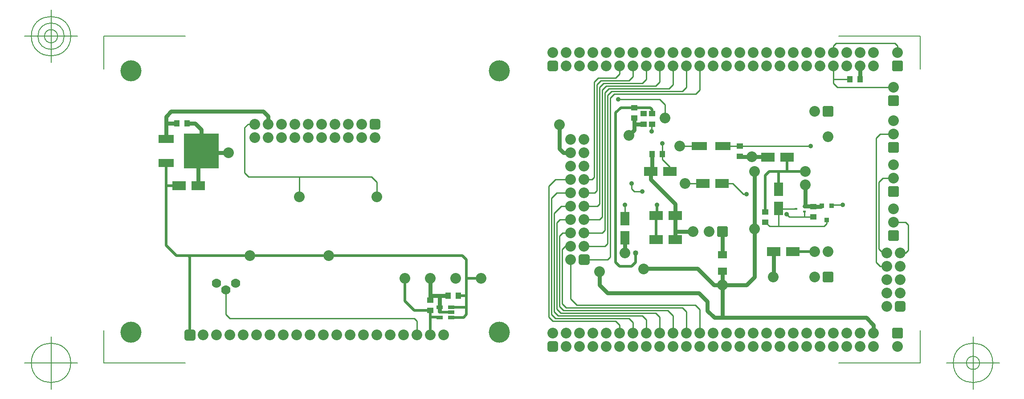
<source format=gbr>
G04 Generated by Ultiboard 13.0 *
%FSLAX24Y24*%
%MOIN*%

%ADD10C,0.0001*%
%ADD11C,0.0200*%
%ADD12C,0.0100*%
%ADD13C,0.0300*%
%ADD14C,0.0050*%
%ADD15C,0.1575*%
%ADD16R,0.0512X0.0256*%
%ADD17R,0.0500X0.0400*%
%ADD18R,0.0400X0.0500*%
%ADD19C,0.0800*%
%ADD20R,0.1043X0.0650*%
%ADD21R,0.1181X0.0630*%
%ADD22R,0.2638X0.2638*%
%ADD23R,0.0450X0.0450*%
%ADD24C,0.0350*%
%ADD25C,0.0700*%
%ADD26R,0.0408X0.0408*%
%ADD27C,0.0392*%
%ADD28R,0.0600X0.0600*%
%ADD29C,0.0200*%
%ADD30R,0.0650X0.1043*%
%ADD31R,0.0472X0.0433*%
%ADD32C,0.0400*%
%ADD33R,0.0710X0.0550*%
%ADD34R,0.0354X0.0354*%
%ADD35R,0.0228X0.0140*%


G04 ColorRGB 00FF00 for the following layer *
%LNCopper Top*%
%LPD*%
G54D10*
G54D11*
X-23691Y-16897D02*
X-23691Y-11075D01*
X-5691Y-16897D02*
X-5691Y-15077D01*
X-5691Y-15581D02*
X-4991Y-15581D01*
X-4121Y-15586D02*
X-3189Y-15586D01*
X-2984Y-15381D02*
X-3189Y-15586D01*
X-2984Y-11281D02*
X-2984Y-15381D01*
X-5684Y-15071D02*
X-6894Y-15071D01*
X-7584Y-14381D01*
X-4121Y-15212D02*
X-5021Y-15212D01*
X-4121Y-14838D02*
X-2996Y-14838D01*
X-7584Y-14381D02*
X-7584Y-12681D01*
X-3594Y-13981D02*
X-2984Y-13981D01*
X-1884Y-12681D02*
X-2984Y-12681D01*
X-25457Y-10208D02*
X-24684Y-10981D01*
X-3284Y-10981D01*
X-23691Y-11075D02*
X-23784Y-10981D01*
X-3284Y-10981D02*
X-2984Y-11281D01*
X-25457Y-4051D02*
X-25457Y-10208D01*
X-24504Y-5731D02*
X-25407Y-5731D01*
X-25457Y-5681D01*
X8560Y113D02*
X8180Y-267D01*
X8180Y-11467D01*
X8560Y113D02*
X10778Y113D01*
X8180Y-11467D02*
X8480Y-11767D01*
X9380Y-11767D01*
X9380Y-11767D02*
X9680Y-11467D01*
X9680Y-11467D02*
X9680Y-10767D01*
X10912Y-321D02*
X10912Y-21D01*
X10778Y113D01*
X11280Y-7167D02*
X11280Y-7809D01*
X11191Y-9968D02*
X11191Y-7898D01*
X11280Y-7809D02*
X11191Y-7898D01*
X19380Y-7687D02*
X19380Y-4967D01*
X19680Y-4667D01*
X22380Y-4667D01*
X20380Y-5997D02*
X20380Y-4667D01*
X21000Y-3617D02*
X21000Y-4647D01*
X21618Y-10667D02*
X23080Y-10667D01*
G54D12*
X-6691Y-16897D02*
X-6691Y-15875D01*
X-20984Y-13537D02*
X-20984Y-15381D01*
X-20684Y-15681D01*
X-6884Y-15681D01*
X-6691Y-15875D02*
X-6884Y-15681D01*
X-15484Y-6581D02*
X-15484Y-5081D01*
X-9684Y-6581D02*
X-9684Y-5481D01*
X-9684Y-5481D02*
X-10084Y-5081D01*
X-19584Y-1381D02*
X-19584Y-4781D01*
X-19284Y-5081D01*
X-10084Y-5081D01*
X-19341Y-1138D02*
X-19584Y-1381D01*
X-18821Y-1138D02*
X-19341Y-1138D01*
X3180Y-5767D02*
X3680Y-5267D01*
X3180Y-15567D02*
X3180Y-5767D01*
X3680Y-5267D02*
X4820Y-5267D01*
X3380Y-6667D02*
X3780Y-6267D01*
X3380Y-6667D02*
X3380Y-15367D01*
X3780Y-6267D02*
X4820Y-6267D01*
X3580Y-7807D02*
X4120Y-7267D01*
X3580Y-15167D02*
X3580Y-7807D01*
X3780Y-8507D02*
X4020Y-8267D01*
X3780Y-14967D02*
X3780Y-8507D01*
X3680Y-15667D02*
X3380Y-15367D01*
X4080Y-15267D02*
X3780Y-14967D01*
X3880Y-15467D02*
X3580Y-15167D01*
X8180Y-15867D02*
X3480Y-15867D01*
X9180Y-15667D02*
X3680Y-15667D01*
X10180Y-15467D02*
X3880Y-15467D01*
X3480Y-15867D02*
X3180Y-15567D01*
X4120Y-7267D02*
X4820Y-7267D01*
X4020Y-8267D02*
X4820Y-8267D01*
X4220Y-9267D02*
X4820Y-9267D01*
X3980Y-14767D02*
X3980Y-9507D01*
X4220Y-9267D01*
X4180Y-10507D02*
X4420Y-10267D01*
X4180Y-14567D02*
X4180Y-10507D01*
X4420Y-10267D02*
X4820Y-10267D01*
X4480Y-14867D02*
X4180Y-14567D01*
X12080Y-15067D02*
X4280Y-15067D01*
X11180Y-15267D02*
X4080Y-15267D01*
X13180Y-14867D02*
X4480Y-14867D01*
X4280Y-15067D02*
X3980Y-14767D01*
X4820Y-14207D02*
X4820Y-11267D01*
X5280Y-14667D02*
X4820Y-14207D01*
X14150Y-14667D02*
X5280Y-14667D01*
X6420Y-5267D02*
X5820Y-5267D01*
X6620Y-6267D02*
X5820Y-6267D01*
X6820Y-7267D02*
X5820Y-7267D01*
X6980Y-8267D02*
X5820Y-8267D01*
X7180Y-9267D02*
X5820Y-9267D01*
X7380Y-10267D02*
X5820Y-10267D01*
X7580Y-11267D02*
X5820Y-11267D01*
X6880Y2333D02*
X6580Y2033D01*
X6580Y-5107D01*
X8180Y2333D02*
X6880Y2333D01*
X9180Y2133D02*
X7080Y2133D01*
X7280Y1933D02*
X6980Y1633D01*
X7080Y2133D02*
X6780Y1833D01*
X6780Y-6107D01*
X6980Y1633D02*
X6980Y-7107D01*
X6580Y-5107D02*
X6420Y-5267D01*
X6780Y-6107D02*
X6620Y-6267D01*
X6980Y-7107D02*
X6820Y-7267D01*
X7180Y-8067D02*
X6980Y-8267D01*
X10180Y1933D02*
X7280Y1933D01*
X7180Y1433D02*
X7180Y-8067D01*
X7680Y1533D02*
X7380Y1233D01*
X7380Y-9067D01*
X11180Y1733D02*
X7480Y1733D01*
X12180Y1533D02*
X7680Y1533D01*
X13180Y1333D02*
X7880Y1333D01*
X8080Y1133D02*
X7780Y833D01*
X7880Y1333D02*
X7580Y1033D01*
X7480Y1733D02*
X7180Y1433D01*
X7580Y1033D02*
X7580Y-10067D01*
X7780Y833D02*
X7780Y-11067D01*
X7380Y-9067D02*
X7180Y-9267D01*
X7580Y-10067D02*
X7380Y-10267D01*
X7780Y-11067D02*
X7580Y-11267D01*
X8480Y3233D02*
X8480Y2633D01*
X8180Y2333D01*
X14180Y1133D02*
X8080Y1133D01*
X11480Y733D02*
X8380Y733D01*
X8480Y-16167D02*
X8180Y-15867D01*
X8480Y-16767D02*
X8480Y-16167D01*
X9480Y2433D02*
X9180Y2133D01*
X9380Y-5967D02*
X9380Y-5567D01*
X9580Y-6167D02*
X9380Y-5967D01*
X8880Y-8197D02*
X8880Y-7167D01*
X9480Y-15967D02*
X9180Y-15667D01*
X9480Y3233D02*
X9480Y2433D01*
X10480Y2233D02*
X10180Y1933D01*
X10180Y-6167D02*
X9580Y-6167D01*
X9480Y-16767D02*
X9480Y-15967D01*
X10480Y-15767D02*
X10180Y-15467D01*
X10480Y3233D02*
X10480Y2233D01*
X10880Y-1667D02*
X10880Y-1181D01*
X10912Y-1148D01*
X10480Y-16767D02*
X10480Y-15767D01*
X11480Y3233D02*
X11480Y2033D01*
X11180Y1733D01*
X11880Y333D02*
X11480Y733D01*
X11680Y-2567D02*
X11680Y-3767D01*
X12250Y-4337D01*
X11480Y-15567D02*
X11180Y-15267D01*
X11480Y-16767D02*
X11480Y-15567D01*
X12480Y3233D02*
X12480Y1833D01*
X12180Y1533D01*
X11880Y-667D02*
X11880Y333D01*
X12250Y-4337D02*
X12250Y-4667D01*
X12480Y-15467D02*
X12080Y-15067D01*
X12480Y-16767D02*
X12480Y-15467D01*
X13480Y1633D02*
X13180Y1333D01*
X12980Y-2767D02*
X14434Y-2767D01*
X13380Y-5567D02*
X14710Y-5567D01*
X13480Y-15167D02*
X13180Y-14867D01*
X13480Y3233D02*
X13480Y1633D01*
X14480Y1433D02*
X14180Y1133D01*
X13480Y-16767D02*
X13480Y-15167D01*
X14480Y-14996D02*
X14150Y-14667D01*
X14480Y1433D02*
X14480Y3233D01*
X14480Y-16767D02*
X14480Y-14996D01*
X16205Y-2767D02*
X17470Y-2767D01*
X16950Y-5567D02*
X16150Y-5567D01*
X17750Y-6367D02*
X16950Y-5567D01*
X17480Y-2777D02*
X22770Y-2777D01*
X17980Y-6367D02*
X17750Y-6367D01*
X19704Y-8782D02*
X19380Y-8457D01*
X20380Y-7437D02*
X20380Y-8782D01*
X21665Y-7467D02*
X20410Y-7467D01*
X20380Y-7437D01*
X23765Y-8782D02*
X19704Y-8782D01*
X21170Y-8057D02*
X22980Y-8057D01*
X21170Y-8057D02*
X20980Y-7867D01*
X22294Y-7664D02*
X22294Y-8052D01*
X24354Y-7235D02*
X24422Y-7167D01*
X23980Y-8298D02*
X23980Y-8567D01*
X23765Y-8782D01*
X24480Y4733D02*
X24480Y4233D01*
X24680Y4933D02*
X29080Y4933D01*
X24480Y4733D02*
X24680Y4933D01*
X24480Y3233D02*
X24480Y1933D01*
X25690Y2233D02*
X24480Y2233D01*
X24780Y1633D02*
X24480Y1933D01*
X28980Y1633D02*
X24780Y1633D01*
X24422Y-7167D02*
X25180Y-7167D01*
X27980Y-1867D02*
X27680Y-2167D01*
X28980Y-1867D02*
X27980Y-1867D01*
X27680Y-2167D02*
X27680Y-11477D01*
X28180Y-5167D02*
X27880Y-5467D01*
X28980Y-5167D02*
X28180Y-5167D01*
X27880Y-5467D02*
X27880Y-10477D01*
X28180Y-10777D01*
X28480Y-10777D01*
X27980Y-11777D02*
X28480Y-11777D01*
X27680Y-11477D02*
X27980Y-11777D01*
X29080Y4933D02*
X29280Y4733D01*
X28980Y-8467D02*
X29880Y-8467D01*
X29280Y4733D02*
X29280Y4233D01*
X29880Y-8467D02*
X30080Y-8667D01*
X30080Y-10577D02*
X29880Y-10777D01*
X29480Y-10777D01*
X30080Y-8667D02*
X30080Y-10577D01*
G54D13*
X-4987Y-15128D02*
X-4987Y-13984D01*
X-4364Y-13981D02*
X-5684Y-13981D01*
X-5684Y-14301D02*
X-5684Y-12681D01*
X-23064Y-5731D02*
X-23064Y-3370D01*
X-22839Y-1526D02*
X-22839Y-3145D01*
X-20784Y-3281D02*
X-22704Y-3281D01*
X-22839Y-3145D01*
X-23064Y-3370D02*
X-22839Y-3145D01*
X-25457Y-554D02*
X-25457Y-2240D01*
X-23284Y-1081D02*
X-22839Y-1526D01*
X-17821Y-1138D02*
X-17821Y-544D01*
X-24664Y-1081D02*
X-25457Y-1081D01*
X-25084Y-181D02*
X-25457Y-554D01*
X-23894Y-1081D02*
X-23284Y-1081D01*
X-17821Y-544D02*
X-18184Y-181D01*
X-25084Y-181D01*
X3980Y-1167D02*
X3980Y-2967D01*
X4280Y-3267D01*
X4280Y-3267D02*
X4820Y-3267D01*
X6980Y-13167D02*
X6980Y-12267D01*
X7580Y-13767D02*
X6980Y-13167D01*
X9180Y-1967D02*
X9580Y-1567D01*
X8880Y-9637D02*
X8880Y-10667D01*
X9580Y-1567D02*
X9580Y-657D01*
X9616Y-1148D02*
X10282Y-1148D01*
X10300Y-11947D02*
X10280Y-11967D01*
X10910Y-4567D02*
X10910Y-3377D01*
X10810Y-5267D02*
X10810Y-4667D01*
X10910Y-4567D02*
X10810Y-4667D01*
X10810Y-5267D02*
X12650Y-7107D01*
X12645Y-7102D02*
X12645Y-7962D01*
X12650Y-7967D02*
X12650Y-9767D01*
X13980Y-9167D02*
X12680Y-9167D01*
X16180Y-9167D02*
X16180Y-10887D01*
X16180Y-12147D02*
X16180Y-15617D01*
X17500Y-3567D02*
X19510Y-3567D01*
X18580Y-12567D02*
X17980Y-13167D01*
X18580Y-4667D02*
X18580Y-12567D01*
X20010Y-10667D02*
X20010Y-12537D01*
X22380Y-5667D02*
X22380Y-7267D01*
X22294Y-7270D02*
X22963Y-7270D01*
X22980Y-7287D02*
X23554Y-7287D01*
X26480Y3233D02*
X26480Y2253D01*
X27480Y-16167D02*
X26930Y-15617D01*
X27480Y-16767D02*
X27480Y-16167D01*
X15567Y-15617D02*
X26930Y-15617D01*
X15567Y-15617D02*
X15040Y-15090D01*
X14402Y-13767D02*
X7580Y-13767D01*
X15040Y-15090D02*
X15040Y-14405D01*
X14402Y-13767D01*
X14314Y-11947D02*
X10300Y-11947D01*
X15534Y-13167D02*
X17980Y-13167D01*
X15534Y-13167D02*
X14314Y-11947D01*
G54D14*
X-30140Y-18998D02*
X-30140Y-16553D01*
X-30140Y-18998D02*
X-24027Y-18998D01*
X30986Y-18998D02*
X24873Y-18998D01*
X30986Y-18998D02*
X30986Y-16553D01*
X30986Y5454D02*
X30986Y3009D01*
X30986Y5454D02*
X24873Y5454D01*
X-30140Y5454D02*
X-24027Y5454D01*
X-30140Y5454D02*
X-30140Y3009D01*
X-32109Y-18998D02*
X-36046Y-18998D01*
X-34077Y-20966D02*
X-34077Y-17029D01*
X-35553Y-18998D02*
G75*
D01*
G02X-35553Y-18998I1476J0*
G01*
X32954Y-18998D02*
X36891Y-18998D01*
X34923Y-20966D02*
X34923Y-17029D01*
X33446Y-18998D02*
G75*
D01*
G02X33446Y-18998I1477J0*
G01*
X34431Y-18998D02*
G75*
D01*
G02X34431Y-18998I492J0*
G01*
X-32109Y5454D02*
X-36046Y5454D01*
X-34077Y3486D02*
X-34077Y7423D01*
X-35553Y5454D02*
G75*
D01*
G02X-35553Y5454I1476J0*
G01*
X-35061Y5454D02*
G75*
D01*
G02X-35061Y5454I984J0*
G01*
X-34569Y5454D02*
G75*
D01*
G02X-34569Y5454I492J0*
G01*
G54D15*
X-28100Y-16700D03*
X-541Y-16700D03*
X-28100Y2867D03*
X-541Y2867D03*
G54D16*
X-4987Y-15586D03*
X-4121Y-15586D03*
X-4121Y-15212D03*
X-4987Y-14838D03*
X-4121Y-14838D03*
G54D17*
X-5684Y-15071D03*
X-5684Y-14301D03*
X9580Y-657D03*
X9580Y113D03*
X17480Y-3547D03*
X17480Y-2777D03*
X19380Y-8457D03*
X19380Y-7687D03*
X22980Y-8057D03*
X22980Y-7287D03*
G54D18*
X-4364Y-13981D03*
X-3594Y-13981D03*
X-24664Y-1081D03*
X-23894Y-1081D03*
X25690Y2233D03*
X26460Y2233D03*
X10900Y-3367D03*
X11670Y-3367D03*
G54D19*
X-19184Y-10981D03*
X-13284Y-10981D03*
X-15484Y-6581D03*
X-9684Y-6581D03*
X-20784Y-3281D03*
X-15691Y-16897D03*
X-14691Y-16897D03*
X-13691Y-16897D03*
X-12691Y-16897D03*
X-11691Y-16897D03*
X-10691Y-16897D03*
X-9691Y-16897D03*
X-8691Y-16897D03*
X-7691Y-16897D03*
X-6691Y-16897D03*
X-5691Y-16897D03*
X-4691Y-16897D03*
X-22691Y-16897D03*
X-16691Y-16897D03*
X-19691Y-16897D03*
X-21691Y-16897D03*
X-20691Y-16897D03*
X-17691Y-16897D03*
X-18691Y-16897D03*
X-7584Y-12681D03*
X-5684Y-12681D03*
X-3784Y-12681D03*
X-1884Y-12681D03*
X-15821Y-2138D03*
X-14821Y-2138D03*
X-13821Y-2138D03*
X-12821Y-2138D03*
X-11821Y-2138D03*
X-10821Y-2138D03*
X-9821Y-2138D03*
X-17821Y-2138D03*
X-12821Y-1138D03*
X-11821Y-1138D03*
X-10821Y-1138D03*
X-14821Y-1138D03*
X-13821Y-1138D03*
X-15821Y-1138D03*
X-17821Y-1138D03*
X-16821Y-1138D03*
X-18821Y-1138D03*
X-16821Y-2138D03*
X-18821Y-2138D03*
X3480Y-16767D03*
X4480Y-16767D03*
X4480Y-17767D03*
X5480Y-16767D03*
X5480Y-17767D03*
X6480Y-16767D03*
X6480Y-17767D03*
X7480Y-16767D03*
X7480Y-17767D03*
X12480Y-17767D03*
X12480Y-16767D03*
X9480Y-17767D03*
X8480Y-17767D03*
X10480Y-17767D03*
X11480Y-17767D03*
X9480Y-16767D03*
X8480Y-16767D03*
X11480Y-16767D03*
X10480Y-16767D03*
X25480Y-17767D03*
X25480Y-16767D03*
X19480Y-17767D03*
X19480Y-16767D03*
X18480Y-17767D03*
X15480Y-17767D03*
X13480Y-17767D03*
X14480Y-17767D03*
X17480Y-17767D03*
X16480Y-17767D03*
X14480Y-16767D03*
X13480Y-16767D03*
X15480Y-16767D03*
X17480Y-16767D03*
X16480Y-16767D03*
X18480Y-16767D03*
X21480Y-17767D03*
X20480Y-17767D03*
X23480Y-17767D03*
X22480Y-17767D03*
X24480Y-17767D03*
X22480Y-16767D03*
X20480Y-16767D03*
X21480Y-16767D03*
X23480Y-16767D03*
X24480Y-16767D03*
X26480Y-17767D03*
X27480Y-17767D03*
X26480Y-16767D03*
X27480Y-16767D03*
X29280Y-17767D03*
X5820Y-8267D03*
X5820Y-9267D03*
X5820Y-10267D03*
X5820Y-6267D03*
X5820Y-7267D03*
X5820Y-5267D03*
X4820Y-11267D03*
X4820Y-8267D03*
X4820Y-9267D03*
X4820Y-10267D03*
X4820Y-6267D03*
X4820Y-7267D03*
X4820Y-5267D03*
X5820Y-3267D03*
X5820Y-4267D03*
X5820Y-2267D03*
X4820Y-3267D03*
X4820Y-4267D03*
X4820Y-2267D03*
X12480Y3233D03*
X12480Y4233D03*
X6480Y3233D03*
X6480Y4233D03*
X4480Y3233D03*
X5480Y3233D03*
X3480Y4233D03*
X4480Y4233D03*
X5480Y4233D03*
X9480Y3233D03*
X7480Y3233D03*
X8480Y3233D03*
X10480Y3233D03*
X11480Y3233D03*
X9480Y4233D03*
X8480Y4233D03*
X7480Y4233D03*
X11480Y4233D03*
X10480Y4233D03*
X25480Y3233D03*
X25480Y4233D03*
X19480Y3233D03*
X19480Y4233D03*
X18480Y3233D03*
X15480Y3233D03*
X13480Y3233D03*
X14480Y3233D03*
X17480Y3233D03*
X16480Y3233D03*
X14480Y4233D03*
X13480Y4233D03*
X15480Y4233D03*
X17480Y4233D03*
X16480Y4233D03*
X18480Y4233D03*
X21480Y3233D03*
X20480Y3233D03*
X23480Y3233D03*
X22480Y3233D03*
X24480Y3233D03*
X22480Y4233D03*
X20480Y4233D03*
X21480Y4233D03*
X23480Y4233D03*
X24480Y4233D03*
X26480Y3233D03*
X27480Y3233D03*
X26480Y4233D03*
X27480Y4233D03*
X29280Y4233D03*
X28980Y1633D03*
X3980Y-1167D03*
X6980Y-12167D03*
X13980Y-9167D03*
X8880Y-10767D03*
X9180Y-1967D03*
X13380Y-5567D03*
X10280Y-11967D03*
X18380Y-3567D03*
X22380Y-4667D03*
X18580Y-4667D03*
X18580Y-8967D03*
X19980Y-12567D03*
X22380Y-5667D03*
X23080Y-10667D03*
X24080Y-10667D03*
X28480Y-12777D03*
X29480Y-12777D03*
X28480Y-14777D03*
X28480Y-13777D03*
X29480Y-13777D03*
X29480Y-10777D03*
X28480Y-10777D03*
X28480Y-11777D03*
X29480Y-11777D03*
X11880Y-667D03*
X12980Y-2767D03*
X15180Y-9167D03*
X16180Y-13167D03*
X23080Y-167D03*
X23080Y-12567D03*
X24080Y-2067D03*
X28980Y-1867D03*
X28980Y-867D03*
X28980Y-5167D03*
X28980Y-4167D03*
X28980Y-8467D03*
X28980Y-7467D03*
G54D20*
X-24504Y-5731D03*
X-23064Y-5731D03*
X11210Y-9767D03*
X12650Y-9767D03*
X11210Y-7967D03*
X12650Y-7967D03*
X10810Y-4667D03*
X12250Y-4667D03*
X14710Y-5567D03*
X16150Y-5567D03*
X20010Y-10667D03*
X21450Y-10667D03*
X19560Y-3617D03*
X21000Y-3617D03*
G54D21*
X-25457Y-4051D03*
X-25457Y-2240D03*
X14434Y-2767D03*
X16205Y-2767D03*
G54D22*
X-22839Y-3145D03*
G54D23*
X-23691Y-16897D03*
G54D24*
X-23916Y-17122D02*
X-23466Y-17122D01*
X-23466Y-16672D01*
X-23916Y-16672D01*
X-23916Y-17122D01*D02*
X8380Y733D03*
X9380Y-5567D03*
X8880Y-7167D03*
X10180Y-6167D03*
X10880Y-1667D03*
X11680Y-2567D03*
X11280Y-7167D03*
X17980Y-6367D03*
X20980Y-7867D03*
X22780Y-2767D03*
X25180Y-7167D03*
G54D25*
X-21693Y-13025D03*
X-20984Y-13537D03*
X-20276Y-13025D03*
G54D26*
X-9821Y-1138D03*
X3480Y-17767D03*
X5820Y-11267D03*
X3480Y3233D03*
X29480Y-14777D03*
G54D27*
X-10025Y-1342D02*
X-9617Y-1342D01*
X-9617Y-934D01*
X-10025Y-934D01*
X-10025Y-1342D01*D02*
X3276Y-17971D02*
X3684Y-17971D01*
X3684Y-17563D01*
X3276Y-17563D01*
X3276Y-17971D01*D02*
X5616Y-11471D02*
X6024Y-11471D01*
X6024Y-11063D01*
X5616Y-11063D01*
X5616Y-11471D01*D02*
X3276Y3029D02*
X3684Y3029D01*
X3684Y3437D01*
X3276Y3437D01*
X3276Y3029D01*D02*
X29276Y-14981D02*
X29684Y-14981D01*
X29684Y-14573D01*
X29276Y-14573D01*
X29276Y-14981D01*D02*
G54D28*
X29280Y-16767D03*
X29280Y3233D03*
X28980Y633D03*
X16180Y-9167D03*
X24080Y-167D03*
X24080Y-12567D03*
X28980Y-2867D03*
X28980Y-6167D03*
X28980Y-9467D03*
G54D29*
X28980Y-17067D02*
X29580Y-17067D01*
X29580Y-16467D01*
X28980Y-16467D01*
X28980Y-17067D01*D02*
X28980Y2933D02*
X29580Y2933D01*
X29580Y3533D01*
X28980Y3533D01*
X28980Y2933D01*D02*
X28680Y333D02*
X29280Y333D01*
X29280Y933D01*
X28680Y933D01*
X28680Y333D01*D02*
X15880Y-9467D02*
X16480Y-9467D01*
X16480Y-8867D01*
X15880Y-8867D01*
X15880Y-9467D01*D02*
X23780Y-467D02*
X24380Y-467D01*
X24380Y133D01*
X23780Y133D01*
X23780Y-467D01*D02*
X23780Y-12867D02*
X24380Y-12867D01*
X24380Y-12267D01*
X23780Y-12267D01*
X23780Y-12867D01*D02*
X28680Y-3167D02*
X29280Y-3167D01*
X29280Y-2567D01*
X28680Y-2567D01*
X28680Y-3167D01*D02*
X28680Y-6467D02*
X29280Y-6467D01*
X29280Y-5867D01*
X28680Y-5867D01*
X28680Y-6467D01*D02*
X28680Y-9767D02*
X29280Y-9767D01*
X29280Y-9167D01*
X28680Y-9167D01*
X28680Y-9767D01*D02*
G54D30*
X8880Y-9637D03*
X8880Y-8197D03*
X20380Y-7437D03*
X20380Y-5997D03*
G54D31*
X10282Y-1148D03*
X10912Y-1148D03*
X10282Y-321D03*
X10912Y-321D03*
G54D32*
X9680Y-10767D03*
G54D33*
X16180Y-10887D03*
X16180Y-12147D03*
G54D34*
X23980Y-8298D03*
X23606Y-7235D03*
X24354Y-7235D03*
G54D35*
X21665Y-7467D03*
X22294Y-7664D03*
X22294Y-7270D03*

M02*

</source>
